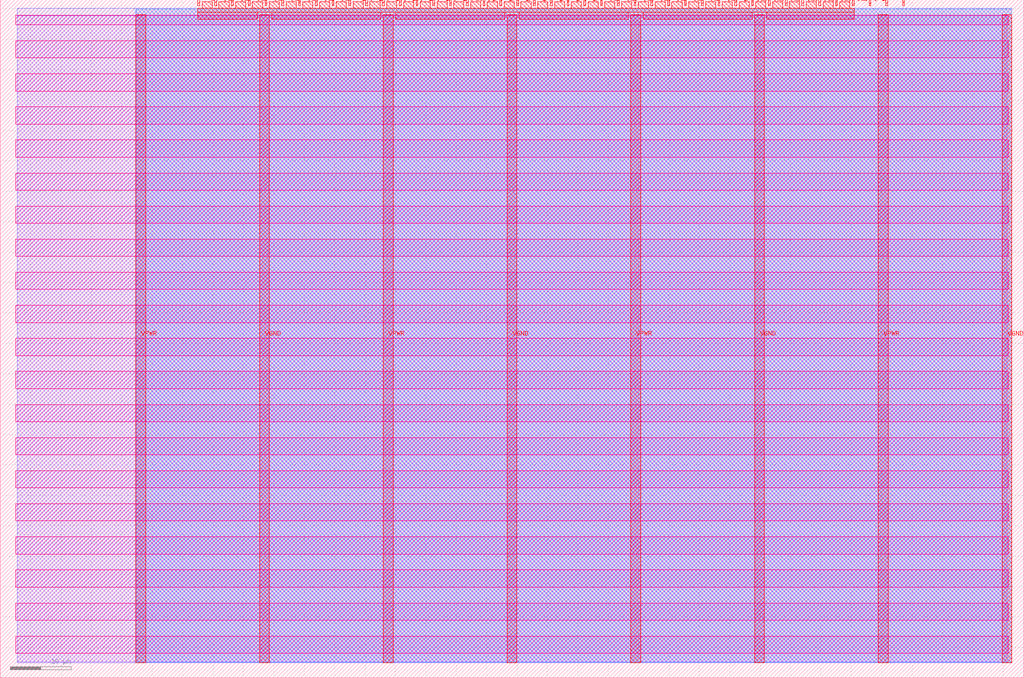
<source format=lef>
VERSION 5.7 ;
  NOWIREEXTENSIONATPIN ON ;
  DIVIDERCHAR "/" ;
  BUSBITCHARS "[]" ;
MACRO tt_um_wokwi_380409532780455937
  CLASS BLOCK ;
  FOREIGN tt_um_wokwi_380409532780455937 ;
  ORIGIN 0.000 0.000 ;
  SIZE 168.360 BY 111.520 ;
  PIN VGND
    DIRECTION INOUT ;
    USE GROUND ;
    PORT
      LAYER met4 ;
        RECT 42.670 2.480 44.270 109.040 ;
    END
    PORT
      LAYER met4 ;
        RECT 83.380 2.480 84.980 109.040 ;
    END
    PORT
      LAYER met4 ;
        RECT 124.090 2.480 125.690 109.040 ;
    END
    PORT
      LAYER met4 ;
        RECT 164.800 2.480 166.400 109.040 ;
    END
  END VGND
  PIN VPWR
    DIRECTION INOUT ;
    USE POWER ;
    PORT
      LAYER met4 ;
        RECT 22.315 2.480 23.915 109.040 ;
    END
    PORT
      LAYER met4 ;
        RECT 63.025 2.480 64.625 109.040 ;
    END
    PORT
      LAYER met4 ;
        RECT 103.735 2.480 105.335 109.040 ;
    END
    PORT
      LAYER met4 ;
        RECT 144.445 2.480 146.045 109.040 ;
    END
  END VPWR
  PIN clk
    DIRECTION INPUT ;
    USE SIGNAL ;
    PORT
      LAYER met4 ;
        RECT 145.670 110.520 145.970 111.520 ;
    END
  END clk
  PIN ena
    DIRECTION INPUT ;
    USE SIGNAL ;
    PORT
      LAYER met4 ;
        RECT 148.430 110.520 148.730 111.520 ;
    END
  END ena
  PIN rst_n
    DIRECTION INPUT ;
    USE SIGNAL ;
    PORT
      LAYER met4 ;
        RECT 142.910 110.520 143.210 111.520 ;
    END
  END rst_n
  PIN ui_in[0]
    DIRECTION INPUT ;
    USE SIGNAL ;
    ANTENNAGATEAREA 0.196500 ;
    PORT
      LAYER met4 ;
        RECT 140.150 110.520 140.450 111.520 ;
    END
  END ui_in[0]
  PIN ui_in[1]
    DIRECTION INPUT ;
    USE SIGNAL ;
    ANTENNAGATEAREA 0.196500 ;
    PORT
      LAYER met4 ;
        RECT 137.390 110.520 137.690 111.520 ;
    END
  END ui_in[1]
  PIN ui_in[2]
    DIRECTION INPUT ;
    USE SIGNAL ;
    ANTENNAGATEAREA 0.196500 ;
    PORT
      LAYER met4 ;
        RECT 134.630 110.520 134.930 111.520 ;
    END
  END ui_in[2]
  PIN ui_in[3]
    DIRECTION INPUT ;
    USE SIGNAL ;
    ANTENNAGATEAREA 0.196500 ;
    PORT
      LAYER met4 ;
        RECT 131.870 110.520 132.170 111.520 ;
    END
  END ui_in[3]
  PIN ui_in[4]
    DIRECTION INPUT ;
    USE SIGNAL ;
    ANTENNAGATEAREA 0.196500 ;
    PORT
      LAYER met4 ;
        RECT 129.110 110.520 129.410 111.520 ;
    END
  END ui_in[4]
  PIN ui_in[5]
    DIRECTION INPUT ;
    USE SIGNAL ;
    ANTENNAGATEAREA 0.196500 ;
    PORT
      LAYER met4 ;
        RECT 126.350 110.520 126.650 111.520 ;
    END
  END ui_in[5]
  PIN ui_in[6]
    DIRECTION INPUT ;
    USE SIGNAL ;
    ANTENNAGATEAREA 0.196500 ;
    PORT
      LAYER met4 ;
        RECT 123.590 110.520 123.890 111.520 ;
    END
  END ui_in[6]
  PIN ui_in[7]
    DIRECTION INPUT ;
    USE SIGNAL ;
    ANTENNAGATEAREA 0.196500 ;
    PORT
      LAYER met4 ;
        RECT 120.830 110.520 121.130 111.520 ;
    END
  END ui_in[7]
  PIN uio_in[0]
    DIRECTION INPUT ;
    USE SIGNAL ;
    PORT
      LAYER met4 ;
        RECT 118.070 110.520 118.370 111.520 ;
    END
  END uio_in[0]
  PIN uio_in[1]
    DIRECTION INPUT ;
    USE SIGNAL ;
    PORT
      LAYER met4 ;
        RECT 115.310 110.520 115.610 111.520 ;
    END
  END uio_in[1]
  PIN uio_in[2]
    DIRECTION INPUT ;
    USE SIGNAL ;
    PORT
      LAYER met4 ;
        RECT 112.550 110.520 112.850 111.520 ;
    END
  END uio_in[2]
  PIN uio_in[3]
    DIRECTION INPUT ;
    USE SIGNAL ;
    PORT
      LAYER met4 ;
        RECT 109.790 110.520 110.090 111.520 ;
    END
  END uio_in[3]
  PIN uio_in[4]
    DIRECTION INPUT ;
    USE SIGNAL ;
    PORT
      LAYER met4 ;
        RECT 107.030 110.520 107.330 111.520 ;
    END
  END uio_in[4]
  PIN uio_in[5]
    DIRECTION INPUT ;
    USE SIGNAL ;
    PORT
      LAYER met4 ;
        RECT 104.270 110.520 104.570 111.520 ;
    END
  END uio_in[5]
  PIN uio_in[6]
    DIRECTION INPUT ;
    USE SIGNAL ;
    PORT
      LAYER met4 ;
        RECT 101.510 110.520 101.810 111.520 ;
    END
  END uio_in[6]
  PIN uio_in[7]
    DIRECTION INPUT ;
    USE SIGNAL ;
    PORT
      LAYER met4 ;
        RECT 98.750 110.520 99.050 111.520 ;
    END
  END uio_in[7]
  PIN uio_oe[0]
    DIRECTION OUTPUT TRISTATE ;
    USE SIGNAL ;
    PORT
      LAYER met4 ;
        RECT 51.830 110.520 52.130 111.520 ;
    END
  END uio_oe[0]
  PIN uio_oe[1]
    DIRECTION OUTPUT TRISTATE ;
    USE SIGNAL ;
    PORT
      LAYER met4 ;
        RECT 49.070 110.520 49.370 111.520 ;
    END
  END uio_oe[1]
  PIN uio_oe[2]
    DIRECTION OUTPUT TRISTATE ;
    USE SIGNAL ;
    PORT
      LAYER met4 ;
        RECT 46.310 110.520 46.610 111.520 ;
    END
  END uio_oe[2]
  PIN uio_oe[3]
    DIRECTION OUTPUT TRISTATE ;
    USE SIGNAL ;
    PORT
      LAYER met4 ;
        RECT 43.550 110.520 43.850 111.520 ;
    END
  END uio_oe[3]
  PIN uio_oe[4]
    DIRECTION OUTPUT TRISTATE ;
    USE SIGNAL ;
    PORT
      LAYER met4 ;
        RECT 40.790 110.520 41.090 111.520 ;
    END
  END uio_oe[4]
  PIN uio_oe[5]
    DIRECTION OUTPUT TRISTATE ;
    USE SIGNAL ;
    PORT
      LAYER met4 ;
        RECT 38.030 110.520 38.330 111.520 ;
    END
  END uio_oe[5]
  PIN uio_oe[6]
    DIRECTION OUTPUT TRISTATE ;
    USE SIGNAL ;
    PORT
      LAYER met4 ;
        RECT 35.270 110.520 35.570 111.520 ;
    END
  END uio_oe[6]
  PIN uio_oe[7]
    DIRECTION OUTPUT TRISTATE ;
    USE SIGNAL ;
    PORT
      LAYER met4 ;
        RECT 32.510 110.520 32.810 111.520 ;
    END
  END uio_oe[7]
  PIN uio_out[0]
    DIRECTION OUTPUT TRISTATE ;
    USE SIGNAL ;
    PORT
      LAYER met4 ;
        RECT 73.910 110.520 74.210 111.520 ;
    END
  END uio_out[0]
  PIN uio_out[1]
    DIRECTION OUTPUT TRISTATE ;
    USE SIGNAL ;
    PORT
      LAYER met4 ;
        RECT 71.150 110.520 71.450 111.520 ;
    END
  END uio_out[1]
  PIN uio_out[2]
    DIRECTION OUTPUT TRISTATE ;
    USE SIGNAL ;
    PORT
      LAYER met4 ;
        RECT 68.390 110.520 68.690 111.520 ;
    END
  END uio_out[2]
  PIN uio_out[3]
    DIRECTION OUTPUT TRISTATE ;
    USE SIGNAL ;
    PORT
      LAYER met4 ;
        RECT 65.630 110.520 65.930 111.520 ;
    END
  END uio_out[3]
  PIN uio_out[4]
    DIRECTION OUTPUT TRISTATE ;
    USE SIGNAL ;
    PORT
      LAYER met4 ;
        RECT 62.870 110.520 63.170 111.520 ;
    END
  END uio_out[4]
  PIN uio_out[5]
    DIRECTION OUTPUT TRISTATE ;
    USE SIGNAL ;
    PORT
      LAYER met4 ;
        RECT 60.110 110.520 60.410 111.520 ;
    END
  END uio_out[5]
  PIN uio_out[6]
    DIRECTION OUTPUT TRISTATE ;
    USE SIGNAL ;
    PORT
      LAYER met4 ;
        RECT 57.350 110.520 57.650 111.520 ;
    END
  END uio_out[6]
  PIN uio_out[7]
    DIRECTION OUTPUT TRISTATE ;
    USE SIGNAL ;
    PORT
      LAYER met4 ;
        RECT 54.590 110.520 54.890 111.520 ;
    END
  END uio_out[7]
  PIN uo_out[0]
    DIRECTION OUTPUT TRISTATE ;
    USE SIGNAL ;
    ANTENNADIFFAREA 0.795200 ;
    PORT
      LAYER met4 ;
        RECT 95.990 110.520 96.290 111.520 ;
    END
  END uo_out[0]
  PIN uo_out[1]
    DIRECTION OUTPUT TRISTATE ;
    USE SIGNAL ;
    ANTENNADIFFAREA 0.795200 ;
    PORT
      LAYER met4 ;
        RECT 93.230 110.520 93.530 111.520 ;
    END
  END uo_out[1]
  PIN uo_out[2]
    DIRECTION OUTPUT TRISTATE ;
    USE SIGNAL ;
    ANTENNADIFFAREA 0.445500 ;
    PORT
      LAYER met4 ;
        RECT 90.470 110.520 90.770 111.520 ;
    END
  END uo_out[2]
  PIN uo_out[3]
    DIRECTION OUTPUT TRISTATE ;
    USE SIGNAL ;
    ANTENNADIFFAREA 0.795200 ;
    PORT
      LAYER met4 ;
        RECT 87.710 110.520 88.010 111.520 ;
    END
  END uo_out[3]
  PIN uo_out[4]
    DIRECTION OUTPUT TRISTATE ;
    USE SIGNAL ;
    ANTENNADIFFAREA 0.445500 ;
    PORT
      LAYER met4 ;
        RECT 84.950 110.520 85.250 111.520 ;
    END
  END uo_out[4]
  PIN uo_out[5]
    DIRECTION OUTPUT TRISTATE ;
    USE SIGNAL ;
    ANTENNADIFFAREA 0.445500 ;
    PORT
      LAYER met4 ;
        RECT 82.190 110.520 82.490 111.520 ;
    END
  END uo_out[5]
  PIN uo_out[6]
    DIRECTION OUTPUT TRISTATE ;
    USE SIGNAL ;
    ANTENNADIFFAREA 0.445500 ;
    PORT
      LAYER met4 ;
        RECT 79.430 110.520 79.730 111.520 ;
    END
  END uo_out[6]
  PIN uo_out[7]
    DIRECTION OUTPUT TRISTATE ;
    USE SIGNAL ;
    ANTENNADIFFAREA 0.445500 ;
    PORT
      LAYER met4 ;
        RECT 76.670 110.520 76.970 111.520 ;
    END
  END uo_out[7]
  OBS
      LAYER nwell ;
        RECT 2.570 107.385 165.790 108.990 ;
        RECT 2.570 101.945 165.790 104.775 ;
        RECT 2.570 96.505 165.790 99.335 ;
        RECT 2.570 91.065 165.790 93.895 ;
        RECT 2.570 85.625 165.790 88.455 ;
        RECT 2.570 80.185 165.790 83.015 ;
        RECT 2.570 74.745 165.790 77.575 ;
        RECT 2.570 69.305 165.790 72.135 ;
        RECT 2.570 63.865 165.790 66.695 ;
        RECT 2.570 58.425 165.790 61.255 ;
        RECT 2.570 52.985 165.790 55.815 ;
        RECT 2.570 47.545 165.790 50.375 ;
        RECT 2.570 42.105 165.790 44.935 ;
        RECT 2.570 36.665 165.790 39.495 ;
        RECT 2.570 31.225 165.790 34.055 ;
        RECT 2.570 25.785 165.790 28.615 ;
        RECT 2.570 20.345 165.790 23.175 ;
        RECT 2.570 14.905 165.790 17.735 ;
        RECT 2.570 9.465 165.790 12.295 ;
        RECT 2.570 4.025 165.790 6.855 ;
      LAYER li1 ;
        RECT 2.760 2.635 165.600 108.885 ;
      LAYER met1 ;
        RECT 2.760 2.480 166.400 110.120 ;
      LAYER met2 ;
        RECT 22.345 2.535 166.370 110.150 ;
      LAYER met3 ;
        RECT 22.325 2.555 166.390 109.985 ;
      LAYER met4 ;
        RECT 33.210 110.120 34.870 111.170 ;
        RECT 35.970 110.120 37.630 111.170 ;
        RECT 38.730 110.120 40.390 111.170 ;
        RECT 41.490 110.120 43.150 111.170 ;
        RECT 44.250 110.120 45.910 111.170 ;
        RECT 47.010 110.120 48.670 111.170 ;
        RECT 49.770 110.120 51.430 111.170 ;
        RECT 52.530 110.120 54.190 111.170 ;
        RECT 55.290 110.120 56.950 111.170 ;
        RECT 58.050 110.120 59.710 111.170 ;
        RECT 60.810 110.120 62.470 111.170 ;
        RECT 63.570 110.120 65.230 111.170 ;
        RECT 66.330 110.120 67.990 111.170 ;
        RECT 69.090 110.120 70.750 111.170 ;
        RECT 71.850 110.120 73.510 111.170 ;
        RECT 74.610 110.120 76.270 111.170 ;
        RECT 77.370 110.120 79.030 111.170 ;
        RECT 80.130 110.120 81.790 111.170 ;
        RECT 82.890 110.120 84.550 111.170 ;
        RECT 85.650 110.120 87.310 111.170 ;
        RECT 88.410 110.120 90.070 111.170 ;
        RECT 91.170 110.120 92.830 111.170 ;
        RECT 93.930 110.120 95.590 111.170 ;
        RECT 96.690 110.120 98.350 111.170 ;
        RECT 99.450 110.120 101.110 111.170 ;
        RECT 102.210 110.120 103.870 111.170 ;
        RECT 104.970 110.120 106.630 111.170 ;
        RECT 107.730 110.120 109.390 111.170 ;
        RECT 110.490 110.120 112.150 111.170 ;
        RECT 113.250 110.120 114.910 111.170 ;
        RECT 116.010 110.120 117.670 111.170 ;
        RECT 118.770 110.120 120.430 111.170 ;
        RECT 121.530 110.120 123.190 111.170 ;
        RECT 124.290 110.120 125.950 111.170 ;
        RECT 127.050 110.120 128.710 111.170 ;
        RECT 129.810 110.120 131.470 111.170 ;
        RECT 132.570 110.120 134.230 111.170 ;
        RECT 135.330 110.120 136.990 111.170 ;
        RECT 138.090 110.120 139.750 111.170 ;
        RECT 32.495 109.440 140.465 110.120 ;
        RECT 32.495 108.295 42.270 109.440 ;
        RECT 44.670 108.295 62.625 109.440 ;
        RECT 65.025 108.295 82.980 109.440 ;
        RECT 85.380 108.295 103.335 109.440 ;
        RECT 105.735 108.295 123.690 109.440 ;
        RECT 126.090 108.295 140.465 109.440 ;
  END
END tt_um_wokwi_380409532780455937
END LIBRARY


</source>
